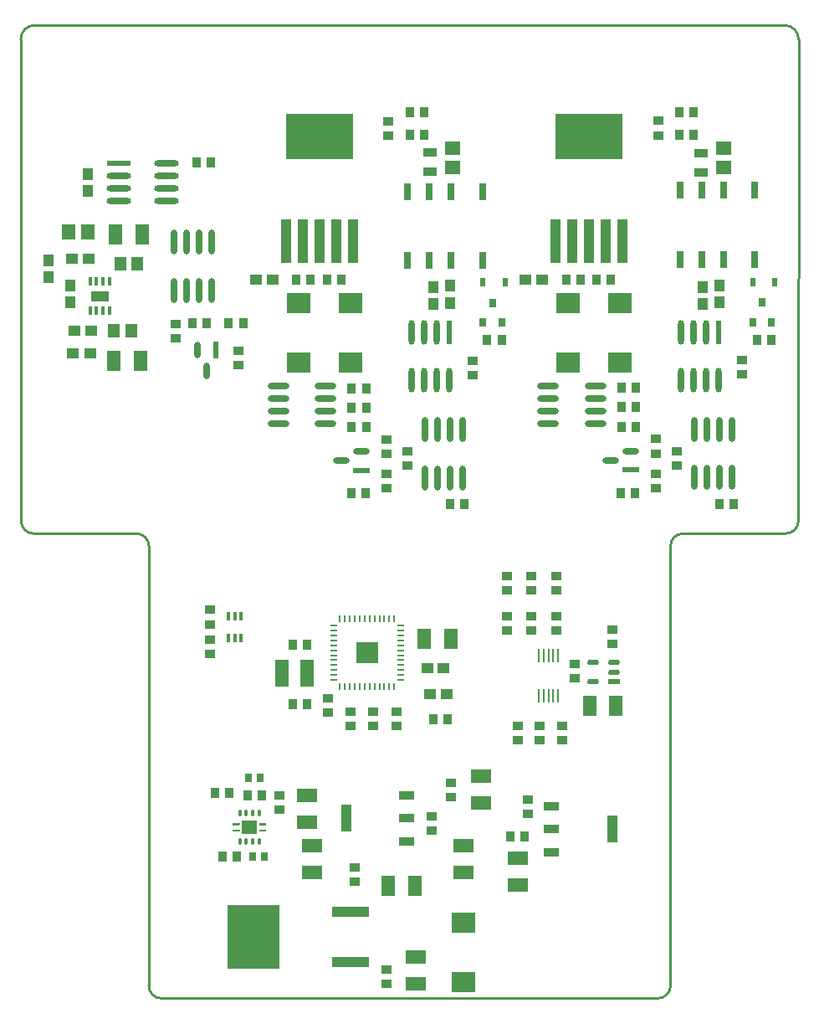
<source format=gtp>
G04*
G04 #@! TF.GenerationSoftware,Altium Limited,Altium Designer,22.10.1 (41)*
G04*
G04 Layer_Color=8421504*
%FSLAX43Y43*%
%MOMM*%
G71*
G04*
G04 #@! TF.SameCoordinates,C4451B6D-C533-4BC9-A511-8E29B532BE62*
G04*
G04*
G04 #@! TF.FilePolarity,Positive*
G04*
G01*
G75*
%ADD16C,0.254*%
%ADD17R,0.350X0.850*%
%ADD18R,0.350X0.850*%
%ADD19R,0.700X0.250*%
%ADD20R,0.250X0.700*%
%ADD21R,0.800X1.800*%
%ADD22R,0.630X0.830*%
%ADD23R,0.900X1.050*%
%ADD24R,1.050X1.150*%
%ADD25R,1.450X0.950*%
%ADD26O,0.700X2.500*%
%ADD27R,1.684X0.618*%
G04:AMPARAMS|DCode=28|XSize=1.684mm|YSize=0.618mm|CornerRadius=0.309mm|HoleSize=0mm|Usage=FLASHONLY|Rotation=180.000|XOffset=0mm|YOffset=0mm|HoleType=Round|Shape=RoundedRectangle|*
%AMROUNDEDRECTD28*
21,1,1.684,0.000,0,0,180.0*
21,1,1.066,0.618,0,0,180.0*
1,1,0.618,-0.533,0.000*
1,1,0.618,0.533,0.000*
1,1,0.618,0.533,0.000*
1,1,0.618,-0.533,0.000*
%
%ADD28ROUNDEDRECTD28*%
%ADD29O,2.200X0.600*%
%ADD30R,0.622X2.474*%
G04:AMPARAMS|DCode=31|XSize=2.474mm|YSize=0.622mm|CornerRadius=0.311mm|HoleSize=0mm|Usage=FLASHONLY|Rotation=270.000|XOffset=0mm|YOffset=0mm|HoleType=Round|Shape=RoundedRectangle|*
%AMROUNDEDRECTD31*
21,1,2.474,0.000,0,0,270.0*
21,1,1.852,0.622,0,0,270.0*
1,1,0.622,0.000,-0.926*
1,1,0.622,0.000,0.926*
1,1,0.622,0.000,0.926*
1,1,0.622,0.000,-0.926*
%
%ADD31ROUNDEDRECTD31*%
G04:AMPARAMS|DCode=32|XSize=1.05mm|YSize=4.45mm|CornerRadius=0.053mm|HoleSize=0mm|Usage=FLASHONLY|Rotation=180.000|XOffset=0mm|YOffset=0mm|HoleType=Round|Shape=RoundedRectangle|*
%AMROUNDEDRECTD32*
21,1,1.050,4.345,0,0,180.0*
21,1,0.945,4.450,0,0,180.0*
1,1,0.105,-0.472,2.173*
1,1,0.105,0.472,2.173*
1,1,0.105,0.472,-2.173*
1,1,0.105,-0.472,-2.173*
%
%ADD32ROUNDEDRECTD32*%
G04:AMPARAMS|DCode=33|XSize=6.8mm|YSize=4.5mm|CornerRadius=0mm|HoleSize=0mm|Usage=FLASHONLY|Rotation=180.000|XOffset=0mm|YOffset=0mm|HoleType=Round|Shape=RoundedRectangle|*
%AMROUNDEDRECTD33*
21,1,6.800,4.500,0,0,180.0*
21,1,6.800,4.500,0,0,180.0*
1,1,0.000,-3.400,2.250*
1,1,0.000,3.400,2.250*
1,1,0.000,3.400,-2.250*
1,1,0.000,-3.400,-2.250*
%
%ADD33ROUNDEDRECTD33*%
%ADD34R,1.050X0.900*%
%ADD35R,1.650X1.450*%
%ADD36R,1.150X1.050*%
%ADD37R,1.050X0.950*%
%ADD38R,0.950X1.050*%
%ADD39R,2.330X1.990*%
%ADD40R,0.800X0.900*%
%ADD41R,0.302X0.931*%
%ADD42R,0.618X1.684*%
G04:AMPARAMS|DCode=43|XSize=1.684mm|YSize=0.618mm|CornerRadius=0.309mm|HoleSize=0mm|Usage=FLASHONLY|Rotation=270.000|XOffset=0mm|YOffset=0mm|HoleType=Round|Shape=RoundedRectangle|*
%AMROUNDEDRECTD43*
21,1,1.684,0.000,0,0,270.0*
21,1,1.066,0.618,0,0,270.0*
1,1,0.618,0.000,-0.533*
1,1,0.618,0.000,0.533*
1,1,0.618,0.000,0.533*
1,1,0.618,0.000,-0.533*
%
%ADD43ROUNDEDRECTD43*%
%ADD44R,2.474X0.622*%
G04:AMPARAMS|DCode=45|XSize=2.474mm|YSize=0.622mm|CornerRadius=0.311mm|HoleSize=0mm|Usage=FLASHONLY|Rotation=0.000|XOffset=0mm|YOffset=0mm|HoleType=Round|Shape=RoundedRectangle|*
%AMROUNDEDRECTD45*
21,1,2.474,0.000,0,0,0.0*
21,1,1.852,0.622,0,0,0.0*
1,1,0.622,0.926,0.000*
1,1,0.622,-0.926,0.000*
1,1,0.622,-0.926,0.000*
1,1,0.622,0.926,0.000*
%
%ADD45ROUNDEDRECTD45*%
%ADD46R,1.450X1.650*%
%ADD47R,1.420X2.130*%
%ADD48R,1.200X1.400*%
G04:AMPARAMS|DCode=49|XSize=0.6mm|YSize=0.31mm|CornerRadius=0.05mm|HoleSize=0mm|Usage=FLASHONLY|Rotation=270.000|XOffset=0mm|YOffset=0mm|HoleType=Round|Shape=RoundedRectangle|*
%AMROUNDEDRECTD49*
21,1,0.600,0.211,0,0,270.0*
21,1,0.501,0.310,0,0,270.0*
1,1,0.099,-0.105,-0.250*
1,1,0.099,-0.105,0.250*
1,1,0.099,0.105,0.250*
1,1,0.099,0.105,-0.250*
%
%ADD49ROUNDEDRECTD49*%
%ADD50R,0.750X0.900*%
%ADD51R,2.130X1.420*%
G04:AMPARAMS|DCode=52|XSize=2.75mm|YSize=1.05mm|CornerRadius=0mm|HoleSize=0mm|Usage=FLASHONLY|Rotation=270.000|XOffset=0mm|YOffset=0mm|HoleType=Round|Shape=RoundedRectangle|*
%AMROUNDEDRECTD52*
21,1,2.750,1.050,0,0,270.0*
21,1,2.750,1.050,0,0,270.0*
1,1,0.000,-0.525,-1.375*
1,1,0.000,-0.525,1.375*
1,1,0.000,0.525,1.375*
1,1,0.000,0.525,-1.375*
%
%ADD52ROUNDEDRECTD52*%
G04:AMPARAMS|DCode=53|XSize=0.9mm|YSize=1.45mm|CornerRadius=0.05mm|HoleSize=0mm|Usage=FLASHONLY|Rotation=270.000|XOffset=0mm|YOffset=0mm|HoleType=Round|Shape=RoundedRectangle|*
%AMROUNDEDRECTD53*
21,1,0.900,1.351,0,0,270.0*
21,1,0.801,1.450,0,0,270.0*
1,1,0.099,-0.676,-0.401*
1,1,0.099,-0.676,0.401*
1,1,0.099,0.676,0.401*
1,1,0.099,0.676,-0.401*
%
%ADD53ROUNDEDRECTD53*%
%ADD54R,3.800X1.000*%
%ADD55R,5.300X6.400*%
%ADD56O,0.250X1.450*%
%ADD57R,1.400X2.800*%
%ADD58R,1.158X1.012*%
G04:AMPARAMS|DCode=59|XSize=1.205mm|YSize=0.532mm|CornerRadius=0.266mm|HoleSize=0mm|Usage=FLASHONLY|Rotation=180.000|XOffset=0mm|YOffset=0mm|HoleType=Round|Shape=RoundedRectangle|*
%AMROUNDEDRECTD59*
21,1,1.205,0.000,0,0,180.0*
21,1,0.673,0.532,0,0,180.0*
1,1,0.532,-0.337,0.000*
1,1,0.532,0.337,0.000*
1,1,0.532,0.337,0.000*
1,1,0.532,-0.337,0.000*
%
%ADD59ROUNDEDRECTD59*%
%ADD60R,1.205X0.532*%
G36*
X30075Y95900D02*
X28325D01*
Y96900D01*
X30075D01*
Y95900D01*
D02*
G37*
G36*
X57325Y59275D02*
X55175D01*
Y61425D01*
X57325D01*
Y59275D01*
D02*
G37*
G36*
X46028Y43132D02*
X46042Y43118D01*
X46049Y43100D01*
Y43090D01*
Y42960D01*
Y42950D01*
X46042Y42932D01*
X46028Y42918D01*
X46009Y42910D01*
X45365D01*
X45346Y42918D01*
X45332Y42932D01*
X45325Y42950D01*
Y42960D01*
Y43090D01*
Y43100D01*
X45332Y43118D01*
X45346Y43132D01*
X45365Y43140D01*
X46009D01*
X46028Y43132D01*
D02*
G37*
G36*
X43354D02*
X43368Y43118D01*
X43375Y43100D01*
Y43090D01*
Y42960D01*
Y42950D01*
X43368Y42932D01*
X43354Y42918D01*
X43335Y42910D01*
X42691D01*
X42672Y42918D01*
X42658Y42932D01*
X42651Y42950D01*
Y42960D01*
Y43090D01*
Y43100D01*
X42658Y43118D01*
X42672Y43132D01*
X42691Y43140D01*
X43335D01*
X43354Y43132D01*
D02*
G37*
G36*
X46028Y42482D02*
X46042Y42468D01*
X46049Y42450D01*
Y42440D01*
Y42310D01*
Y42300D01*
X46042Y42282D01*
X46028Y42268D01*
X46009Y42260D01*
X45365D01*
X45346Y42268D01*
X45332Y42282D01*
X45325Y42300D01*
Y42310D01*
Y42440D01*
Y42450D01*
X45332Y42468D01*
X45346Y42482D01*
X45365Y42490D01*
X46009D01*
X46028Y42482D01*
D02*
G37*
G36*
X43354D02*
X43368Y42468D01*
X43375Y42450D01*
Y42440D01*
Y42310D01*
Y42300D01*
X43368Y42282D01*
X43354Y42268D01*
X43335Y42260D01*
X42691D01*
X42672Y42268D01*
X42658Y42282D01*
X42651Y42300D01*
Y42310D01*
Y42440D01*
Y42450D01*
X42658Y42468D01*
X42672Y42482D01*
X42691Y42490D01*
X43335D01*
X43354Y42482D01*
D02*
G37*
G36*
X45075Y43370D02*
X45085D01*
X45103Y43362D01*
X45117Y43348D01*
X45125Y43330D01*
Y43320D01*
Y42080D01*
Y42070D01*
X45117Y42052D01*
X45103Y42038D01*
X45085Y42030D01*
X45075D01*
Y42030D01*
X43625Y42030D01*
X43615D01*
X43597Y42038D01*
X43583Y42052D01*
X43575Y42070D01*
Y42080D01*
Y43320D01*
Y43330D01*
X43583Y43348D01*
X43597Y43362D01*
X43615Y43370D01*
X43625D01*
Y43370D01*
X45075Y43370D01*
D02*
G37*
D16*
X88225Y72400D02*
G03*
X86955Y71130I0J-1270D01*
G01*
X99923Y122377D02*
G03*
X98500Y123800I-1423J0D01*
G01*
X21230Y73670D02*
G03*
X22500Y72400I1270J0D01*
G01*
X22602Y123802D02*
G03*
X21201Y122401I0J-1401D01*
G01*
X98623Y72400D02*
G03*
X99893Y73670I0J1270D01*
G01*
X34168Y71130D02*
G03*
X32898Y72400I-1270J0D01*
G01*
X34163Y26670D02*
G03*
X35433Y25400I1270J0D01*
G01*
X85685Y25400D02*
G03*
X86955Y26670I0J1270D01*
G01*
X99893Y73670D02*
X99923Y122377D01*
X22600Y123800D02*
X98500D01*
X22500Y72400D02*
X32898D01*
X21200Y122401D02*
X21230Y73670D01*
X88225Y72400D02*
X98600D01*
X34168Y71130D02*
X34168Y26670D01*
X35433Y25400D02*
X85685Y25400D01*
X86955Y71130D02*
X86955Y26670D01*
D17*
X42200Y61850D02*
D03*
X43500Y61850D02*
D03*
X42200Y64050D02*
D03*
X43500Y64050D02*
D03*
D18*
X42850Y61850D02*
D03*
Y64050D02*
D03*
D19*
X59650Y63100D02*
D03*
Y62600D02*
D03*
Y62100D02*
D03*
Y61600D02*
D03*
Y61100D02*
D03*
Y60600D02*
D03*
Y60100D02*
D03*
Y59600D02*
D03*
Y59100D02*
D03*
Y58600D02*
D03*
Y58100D02*
D03*
Y57600D02*
D03*
X52850D02*
D03*
Y58100D02*
D03*
Y58600D02*
D03*
Y59100D02*
D03*
Y59600D02*
D03*
Y60100D02*
D03*
Y60600D02*
D03*
Y61100D02*
D03*
Y61600D02*
D03*
Y62100D02*
D03*
Y62600D02*
D03*
Y63100D02*
D03*
D20*
X59000Y56950D02*
D03*
X58500D02*
D03*
X58000D02*
D03*
X57500D02*
D03*
X57000D02*
D03*
X56500D02*
D03*
X56000D02*
D03*
X55500D02*
D03*
X55000D02*
D03*
X54500D02*
D03*
X54000D02*
D03*
X53500D02*
D03*
Y63750D02*
D03*
X54000D02*
D03*
X54500D02*
D03*
X55000D02*
D03*
X55500D02*
D03*
X56000D02*
D03*
X56500D02*
D03*
X57000D02*
D03*
X57500D02*
D03*
X58000D02*
D03*
X58500D02*
D03*
X59000D02*
D03*
D21*
X67935Y100005D02*
D03*
X64735D02*
D03*
X62535D02*
D03*
X60335D02*
D03*
Y107005D02*
D03*
X62535D02*
D03*
X64735D02*
D03*
X67935D02*
D03*
X95494Y100132D02*
D03*
X92294D02*
D03*
X90094D02*
D03*
X87894D02*
D03*
Y107132D02*
D03*
X90094D02*
D03*
X92294D02*
D03*
X95494D02*
D03*
D22*
X97491Y97817D02*
D03*
X70215Y97800D02*
D03*
X95261Y97817D02*
D03*
X67985Y97800D02*
D03*
D23*
X44125Y45950D02*
D03*
X45575D02*
D03*
X91933Y75375D02*
D03*
X93383D02*
D03*
X81976Y83167D02*
D03*
X83426D02*
D03*
X81976Y85167D02*
D03*
X83426D02*
D03*
X87875Y115000D02*
D03*
X89325D02*
D03*
X89324Y112700D02*
D03*
X87874D02*
D03*
X95686Y91958D02*
D03*
X97136D02*
D03*
X60599Y114983D02*
D03*
X62049D02*
D03*
X62048Y112683D02*
D03*
X60598D02*
D03*
X69860Y91941D02*
D03*
X68410D02*
D03*
X54700Y85150D02*
D03*
X56150D02*
D03*
X54700Y83150D02*
D03*
X56150D02*
D03*
X64657Y75358D02*
D03*
X66107D02*
D03*
X62943Y53623D02*
D03*
X64393D02*
D03*
X40000Y93650D02*
D03*
X38550D02*
D03*
X42300Y46200D02*
D03*
X40850D02*
D03*
X48718Y55123D02*
D03*
X50168D02*
D03*
D24*
X62924Y95633D02*
D03*
Y97333D02*
D03*
X90200Y95650D02*
D03*
Y97350D02*
D03*
X91940Y97462D02*
D03*
Y95762D02*
D03*
X64665Y97445D02*
D03*
Y95745D02*
D03*
X26200Y95800D02*
D03*
Y97500D02*
D03*
X24000Y100000D02*
D03*
Y98300D02*
D03*
X28000Y107050D02*
D03*
Y108750D02*
D03*
D25*
X90043Y108880D02*
D03*
Y110830D02*
D03*
X62611Y110957D02*
D03*
Y109007D02*
D03*
D26*
X93182Y82958D02*
D03*
X91912D02*
D03*
X90642D02*
D03*
X89372D02*
D03*
X93182Y78058D02*
D03*
X91912D02*
D03*
X90642D02*
D03*
X89372D02*
D03*
X65906Y82941D02*
D03*
X64636D02*
D03*
X63366D02*
D03*
X62096D02*
D03*
X65906Y78041D02*
D03*
X64636D02*
D03*
X63366D02*
D03*
X62096D02*
D03*
X40510Y101900D02*
D03*
X39240D02*
D03*
X37970D02*
D03*
X36700D02*
D03*
X40510Y97000D02*
D03*
X39240D02*
D03*
X37970D02*
D03*
X36700D02*
D03*
D27*
X82976Y78817D02*
D03*
X55700Y78800D02*
D03*
D28*
X82976Y80717D02*
D03*
X80915Y79767D02*
D03*
X55700Y80700D02*
D03*
X53640Y79750D02*
D03*
D29*
X79351Y83512D02*
D03*
Y84782D02*
D03*
Y86052D02*
D03*
Y87322D02*
D03*
X74551Y83512D02*
D03*
Y84782D02*
D03*
Y86052D02*
D03*
Y87322D02*
D03*
X52075Y83495D02*
D03*
Y84765D02*
D03*
Y86035D02*
D03*
Y87305D02*
D03*
X47275Y83495D02*
D03*
Y84765D02*
D03*
Y86035D02*
D03*
Y87305D02*
D03*
D30*
X91845Y92728D02*
D03*
X64570Y92711D02*
D03*
D31*
X90575Y92728D02*
D03*
X89305D02*
D03*
X88035D02*
D03*
Y87896D02*
D03*
X89305D02*
D03*
X90575D02*
D03*
X91845D02*
D03*
X63300Y92711D02*
D03*
X62030D02*
D03*
X60760D02*
D03*
Y87879D02*
D03*
X62030D02*
D03*
X63300D02*
D03*
X64570D02*
D03*
D32*
X75326Y101985D02*
D03*
X77026D02*
D03*
X78726D02*
D03*
X80426D02*
D03*
X82126D02*
D03*
X48050Y101968D02*
D03*
X49750D02*
D03*
X51450D02*
D03*
X53150D02*
D03*
X54850D02*
D03*
D33*
X78726Y112535D02*
D03*
X51450Y112518D02*
D03*
D34*
X85500Y78450D02*
D03*
Y77000D02*
D03*
X85699Y112675D02*
D03*
Y114125D02*
D03*
X58423Y112658D02*
D03*
Y114108D02*
D03*
X58224Y78433D02*
D03*
Y76983D02*
D03*
X36850Y93625D02*
D03*
Y92175D02*
D03*
X54600Y54425D02*
D03*
Y52975D02*
D03*
X52300Y54275D02*
D03*
Y55725D02*
D03*
X56900Y52975D02*
D03*
Y54425D02*
D03*
X71500Y51525D02*
D03*
Y52975D02*
D03*
X73750Y51525D02*
D03*
Y52975D02*
D03*
X76000Y51525D02*
D03*
Y52975D02*
D03*
X70400Y62575D02*
D03*
Y64025D02*
D03*
X72900Y62575D02*
D03*
Y64025D02*
D03*
X75400Y62575D02*
D03*
Y64025D02*
D03*
D35*
X92329Y111338D02*
D03*
Y109388D02*
D03*
X64897Y111338D02*
D03*
Y109388D02*
D03*
D36*
X72300Y98100D02*
D03*
X74000D02*
D03*
X45024Y98083D02*
D03*
X46724D02*
D03*
X64293Y56123D02*
D03*
X62593D02*
D03*
X26500Y90650D02*
D03*
X28200D02*
D03*
X28350Y92900D02*
D03*
X26650D02*
D03*
X26400Y100150D02*
D03*
X28100D02*
D03*
D37*
X85500Y81950D02*
D03*
Y80500D02*
D03*
X94176Y89917D02*
D03*
Y88467D02*
D03*
X87600Y79292D02*
D03*
Y80742D02*
D03*
X60324Y79275D02*
D03*
Y80725D02*
D03*
X58224Y81933D02*
D03*
Y80483D02*
D03*
X66900Y89900D02*
D03*
Y88450D02*
D03*
X40350Y64675D02*
D03*
Y63225D02*
D03*
Y60225D02*
D03*
Y61675D02*
D03*
X43250Y90875D02*
D03*
Y89425D02*
D03*
X47400Y44475D02*
D03*
Y45925D02*
D03*
X62800Y43800D02*
D03*
Y42350D02*
D03*
X64750Y47225D02*
D03*
Y45775D02*
D03*
X58200Y26875D02*
D03*
Y28325D02*
D03*
X59200Y52975D02*
D03*
Y54425D02*
D03*
X72500Y44025D02*
D03*
Y45475D02*
D03*
X55000Y37175D02*
D03*
Y38625D02*
D03*
X77300Y57775D02*
D03*
Y59225D02*
D03*
X81101Y61275D02*
D03*
Y62725D02*
D03*
X70400Y66675D02*
D03*
Y68125D02*
D03*
X72900Y66675D02*
D03*
Y68125D02*
D03*
X75400Y66675D02*
D03*
Y68125D02*
D03*
D38*
X81926Y76517D02*
D03*
X83376D02*
D03*
X83425Y87117D02*
D03*
X81975D02*
D03*
X77825Y98100D02*
D03*
X76375D02*
D03*
X79475D02*
D03*
X80925D02*
D03*
X54650Y76500D02*
D03*
X56100D02*
D03*
X56149Y87100D02*
D03*
X54699D02*
D03*
X50549Y98083D02*
D03*
X49099D02*
D03*
X52199D02*
D03*
X53649D02*
D03*
X38975Y109900D02*
D03*
X40425D02*
D03*
X43700Y93650D02*
D03*
X42250D02*
D03*
X41650Y39700D02*
D03*
X43100D02*
D03*
X48693Y61123D02*
D03*
X50143D02*
D03*
X72225Y41750D02*
D03*
X70775D02*
D03*
D39*
X76576Y89725D02*
D03*
Y95745D02*
D03*
X81826Y89725D02*
D03*
Y95745D02*
D03*
X49300Y89708D02*
D03*
Y95728D02*
D03*
X54550Y89708D02*
D03*
Y95728D02*
D03*
X66000Y33020D02*
D03*
Y27000D02*
D03*
D40*
X95261Y93758D02*
D03*
X97161D02*
D03*
X96211Y95758D02*
D03*
X68935Y95741D02*
D03*
X69885Y93741D02*
D03*
X67985D02*
D03*
D41*
X30175Y97891D02*
D03*
X29525D02*
D03*
X28875D02*
D03*
X28225D02*
D03*
Y94909D02*
D03*
X28875D02*
D03*
X29525D02*
D03*
X30175D02*
D03*
D42*
X40950Y90930D02*
D03*
D43*
X39050D02*
D03*
X40000Y88870D02*
D03*
D44*
X31084Y109805D02*
D03*
D45*
Y108535D02*
D03*
Y107265D02*
D03*
Y105995D02*
D03*
X35916D02*
D03*
Y107265D02*
D03*
Y108535D02*
D03*
Y109805D02*
D03*
D46*
X28000Y102900D02*
D03*
X26050D02*
D03*
D47*
X33500Y102650D02*
D03*
X30800D02*
D03*
X33350Y89900D02*
D03*
X30650D02*
D03*
X61100Y36750D02*
D03*
X58400D02*
D03*
X64750Y61750D02*
D03*
X62050D02*
D03*
X78751Y55000D02*
D03*
X81451D02*
D03*
D48*
X31300Y99650D02*
D03*
X33000D02*
D03*
X32350Y92900D02*
D03*
X30650D02*
D03*
D49*
X45325Y44100D02*
D03*
X44675D02*
D03*
X44025D02*
D03*
X43375D02*
D03*
Y41300D02*
D03*
X44025D02*
D03*
X44675D02*
D03*
X45325D02*
D03*
D50*
X44650Y39700D02*
D03*
X45850D02*
D03*
X45450Y47700D02*
D03*
X44250D02*
D03*
D51*
X50200Y43250D02*
D03*
Y45950D02*
D03*
X50700Y40850D02*
D03*
Y38150D02*
D03*
X67750Y47850D02*
D03*
Y45150D02*
D03*
X66000Y38150D02*
D03*
Y40850D02*
D03*
X71500Y36900D02*
D03*
Y39600D02*
D03*
X61200Y26850D02*
D03*
Y29550D02*
D03*
D52*
X54125Y43600D02*
D03*
X81075Y42500D02*
D03*
D53*
X60275Y45900D02*
D03*
Y43600D02*
D03*
Y41300D02*
D03*
X74925Y40200D02*
D03*
Y42500D02*
D03*
Y44800D02*
D03*
D54*
X54600Y29060D02*
D03*
Y34140D02*
D03*
D55*
X44750Y31600D02*
D03*
D56*
X73601Y55975D02*
D03*
X74101D02*
D03*
X74601D02*
D03*
X75101D02*
D03*
X75601D02*
D03*
X73601Y60025D02*
D03*
X74101D02*
D03*
X74601D02*
D03*
X75101D02*
D03*
X75601D02*
D03*
D57*
X47600Y58300D02*
D03*
X50200D02*
D03*
D58*
X64000Y58750D02*
D03*
X62346D02*
D03*
D59*
X79150Y57450D02*
D03*
Y59350D02*
D03*
X81250D02*
D03*
Y58400D02*
D03*
D60*
Y57450D02*
D03*
M02*

</source>
